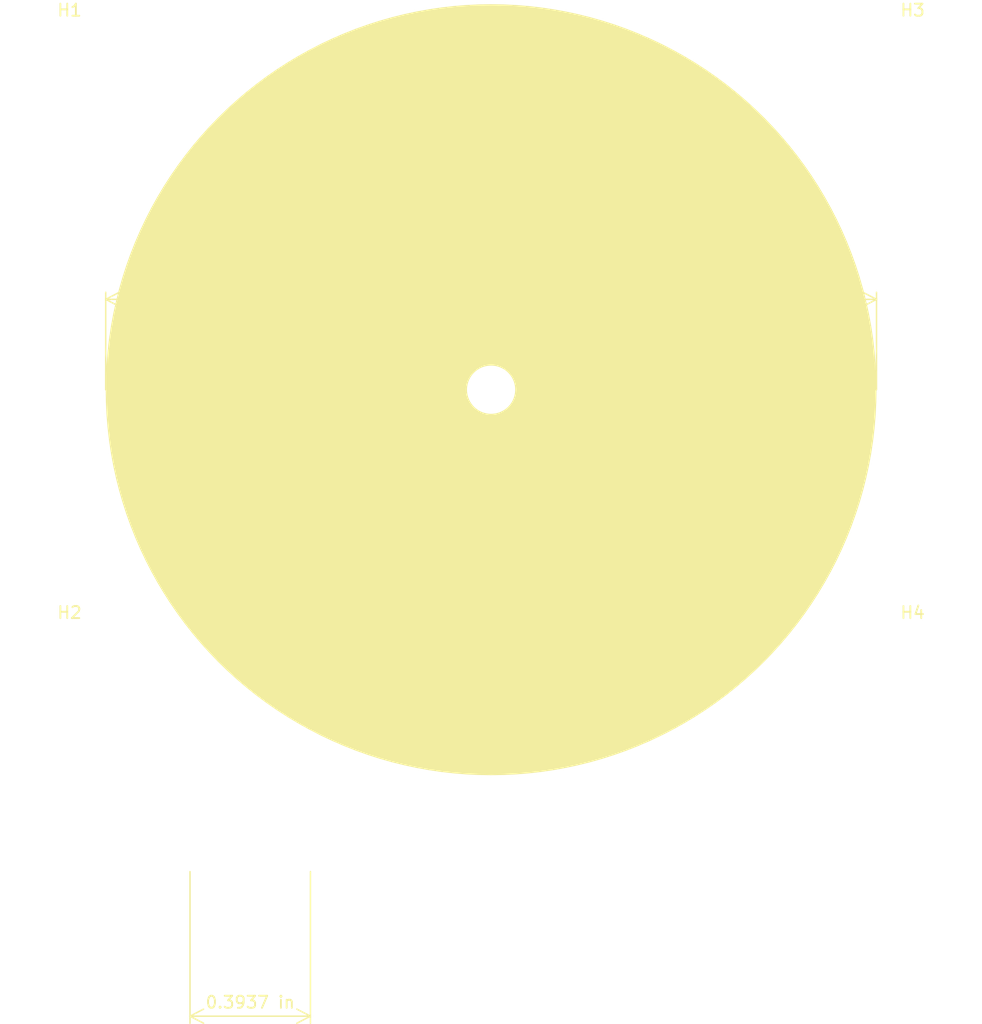
<source format=kicad_pcb>
(kicad_pcb (version 20171130) (host pcbnew 5.1.4+dfsg1-1)

  (general
    (thickness 1.6)
    (drawings 3)
    (tracks 0)
    (zones 0)
    (modules 4)
    (nets 1)
  )

  (page A4)
  (layers
    (0 F.Cu signal)
    (31 B.Cu signal)
    (32 B.Adhes user)
    (33 F.Adhes user)
    (34 B.Paste user)
    (35 F.Paste user)
    (36 B.SilkS user)
    (37 F.SilkS user)
    (38 B.Mask user)
    (39 F.Mask user)
    (40 Dwgs.User user)
    (41 Cmts.User user)
    (42 Eco1.User user)
    (43 Eco2.User user)
    (44 Edge.Cuts user)
    (45 Margin user)
    (46 B.CrtYd user)
    (47 F.CrtYd user)
    (48 B.Fab user)
    (49 F.Fab user)
  )

  (setup
    (last_trace_width 0.25)
    (trace_clearance 0.2)
    (zone_clearance 0.508)
    (zone_45_only no)
    (trace_min 0.2)
    (via_size 0.8)
    (via_drill 0.4)
    (via_min_size 0.4)
    (via_min_drill 0.3)
    (uvia_size 0.3)
    (uvia_drill 0.1)
    (uvias_allowed no)
    (uvia_min_size 0.2)
    (uvia_min_drill 0.1)
    (edge_width 0.05)
    (segment_width 0.2)
    (pcb_text_width 0.3)
    (pcb_text_size 1.5 1.5)
    (mod_edge_width 0.12)
    (mod_text_size 1 1)
    (mod_text_width 0.15)
    (pad_size 1.524 1.524)
    (pad_drill 0.762)
    (pad_to_mask_clearance 0.051)
    (solder_mask_min_width 0.25)
    (aux_axis_origin 0 0)
    (visible_elements FFFFFF7F)
    (pcbplotparams
      (layerselection 0x010fc_ffffffff)
      (usegerberextensions false)
      (usegerberattributes false)
      (usegerberadvancedattributes false)
      (creategerberjobfile false)
      (excludeedgelayer true)
      (linewidth 0.100000)
      (plotframeref false)
      (viasonmask false)
      (mode 1)
      (useauxorigin false)
      (hpglpennumber 1)
      (hpglpenspeed 20)
      (hpglpendiameter 15.000000)
      (psnegative false)
      (psa4output false)
      (plotreference true)
      (plotvalue true)
      (plotinvisibletext false)
      (padsonsilk false)
      (subtractmaskfromsilk false)
      (outputformat 1)
      (mirror false)
      (drillshape 1)
      (scaleselection 1)
      (outputdirectory ""))
  )

  (net 0 "")

  (net_class Default "Dies ist die voreingestellte Netzklasse."
    (clearance 0.2)
    (trace_width 0.25)
    (via_dia 0.8)
    (via_drill 0.4)
    (uvia_dia 0.3)
    (uvia_drill 0.1)
  )

  (module Mounting_Holes:MountingHole_5.5mm (layer F.Cu) (tedit 56D1B4CB) (tstamp 600F0EDD)
    (at 125 50)
    (descr "Mounting Hole 5.5mm, no annular")
    (tags "mounting hole 5.5mm no annular")
    (path /600F0AE9)
    (attr virtual)
    (fp_text reference H1 (at 0 -6.5) (layer F.SilkS)
      (effects (font (size 1 1) (thickness 0.15)))
    )
    (fp_text value MountingHole (at 0 6.5) (layer F.Fab)
      (effects (font (size 1 1) (thickness 0.15)))
    )
    (fp_circle (center 0 0) (end 5.75 0) (layer F.CrtYd) (width 0.05))
    (fp_circle (center 0 0) (end 5.5 0) (layer Cmts.User) (width 0.15))
    (fp_text user %R (at 0.3 0) (layer F.Fab)
      (effects (font (size 1 1) (thickness 0.15)))
    )
    (pad 1 np_thru_hole circle (at 0 0) (size 5.5 5.5) (drill 5.5) (layers *.Cu *.Mask))
  )

  (module Mounting_Holes:MountingHole_5.5mm (layer F.Cu) (tedit 56D1B4CB) (tstamp 600F0E11)
    (at 125 100)
    (descr "Mounting Hole 5.5mm, no annular")
    (tags "mounting hole 5.5mm no annular")
    (path /600F0769)
    (attr virtual)
    (fp_text reference H2 (at 0 -6.5) (layer F.SilkS)
      (effects (font (size 1 1) (thickness 0.15)))
    )
    (fp_text value MountingHole (at 0 6.5) (layer F.Fab)
      (effects (font (size 1 1) (thickness 0.15)))
    )
    (fp_text user %R (at 0.3 0) (layer F.Fab)
      (effects (font (size 1 1) (thickness 0.15)))
    )
    (fp_circle (center 0 0) (end 5.5 0) (layer Cmts.User) (width 0.15))
    (fp_circle (center 0 0) (end 5.75 0) (layer F.CrtYd) (width 0.05))
    (pad 1 np_thru_hole circle (at 0 0) (size 5.5 5.5) (drill 5.5) (layers *.Cu *.Mask))
  )

  (module Mounting_Holes:MountingHole_5.5mm (layer F.Cu) (tedit 56D1B4CB) (tstamp 600F0E19)
    (at 195 50)
    (descr "Mounting Hole 5.5mm, no annular")
    (tags "mounting hole 5.5mm no annular")
    (path /600F0EF0)
    (attr virtual)
    (fp_text reference H3 (at 0 -6.5) (layer F.SilkS)
      (effects (font (size 1 1) (thickness 0.15)))
    )
    (fp_text value MountingHole (at 0 6.5) (layer F.Fab)
      (effects (font (size 1 1) (thickness 0.15)))
    )
    (fp_text user %R (at 0.3 0) (layer F.Fab)
      (effects (font (size 1 1) (thickness 0.15)))
    )
    (fp_circle (center 0 0) (end 5.5 0) (layer Cmts.User) (width 0.15))
    (fp_circle (center 0 0) (end 5.75 0) (layer F.CrtYd) (width 0.05))
    (pad 1 np_thru_hole circle (at 0 0) (size 5.5 5.5) (drill 5.5) (layers *.Cu *.Mask))
  )

  (module Mounting_Holes:MountingHole_5.5mm (layer F.Cu) (tedit 56D1B4CB) (tstamp 600F0E21)
    (at 195 100)
    (descr "Mounting Hole 5.5mm, no annular")
    (tags "mounting hole 5.5mm no annular")
    (path /600F0572)
    (attr virtual)
    (fp_text reference H4 (at 0 -6.5) (layer F.SilkS)
      (effects (font (size 1 1) (thickness 0.15)))
    )
    (fp_text value MountingHole (at 0 6.5) (layer F.Fab)
      (effects (font (size 1 1) (thickness 0.15)))
    )
    (fp_circle (center 0 0) (end 5.75 0) (layer F.CrtYd) (width 0.05))
    (fp_circle (center 0 0) (end 5.5 0) (layer Cmts.User) (width 0.15))
    (fp_text user %R (at 0.3 0) (layer F.Fab)
      (effects (font (size 1 1) (thickness 0.15)))
    )
    (pad 1 np_thru_hole circle (at 0 0) (size 5.5 5.5) (drill 5.5) (layers *.Cu *.Mask))
  )

  (dimension 64 (width 0.12) (layer F.SilkS)
    (gr_text "64,000 mm" (at 160 66.23) (layer F.SilkS)
      (effects (font (size 1 1) (thickness 0.15)))
    )
    (feature1 (pts (xy 192 75) (xy 192 66.913579)))
    (feature2 (pts (xy 128 75) (xy 128 66.913579)))
    (crossbar (pts (xy 128 67.5) (xy 192 67.5)))
    (arrow1a (pts (xy 192 67.5) (xy 190.873496 68.086421)))
    (arrow1b (pts (xy 192 67.5) (xy 190.873496 66.913579)))
    (arrow2a (pts (xy 128 67.5) (xy 129.126504 68.086421)))
    (arrow2b (pts (xy 128 67.5) (xy 129.126504 66.913579)))
  )
  (dimension 10 (width 0.12) (layer F.SilkS)
    (gr_text "10,000 mm" (at 140 128.27) (layer F.SilkS)
      (effects (font (size 1 1) (thickness 0.15)))
    )
    (feature1 (pts (xy 145 115) (xy 145 127.586421)))
    (feature2 (pts (xy 135 115) (xy 135 127.586421)))
    (crossbar (pts (xy 135 127) (xy 145 127)))
    (arrow1a (pts (xy 145 127) (xy 143.873496 127.586421)))
    (arrow1b (pts (xy 145 127) (xy 143.873496 126.413579)))
    (arrow2a (pts (xy 135 127) (xy 136.126504 127.586421)))
    (arrow2b (pts (xy 135 127) (xy 136.126504 126.413579)))
  )
  (gr_circle (center 160 75) (end 177 75) (layer F.SilkS) (width 30))

)

</source>
